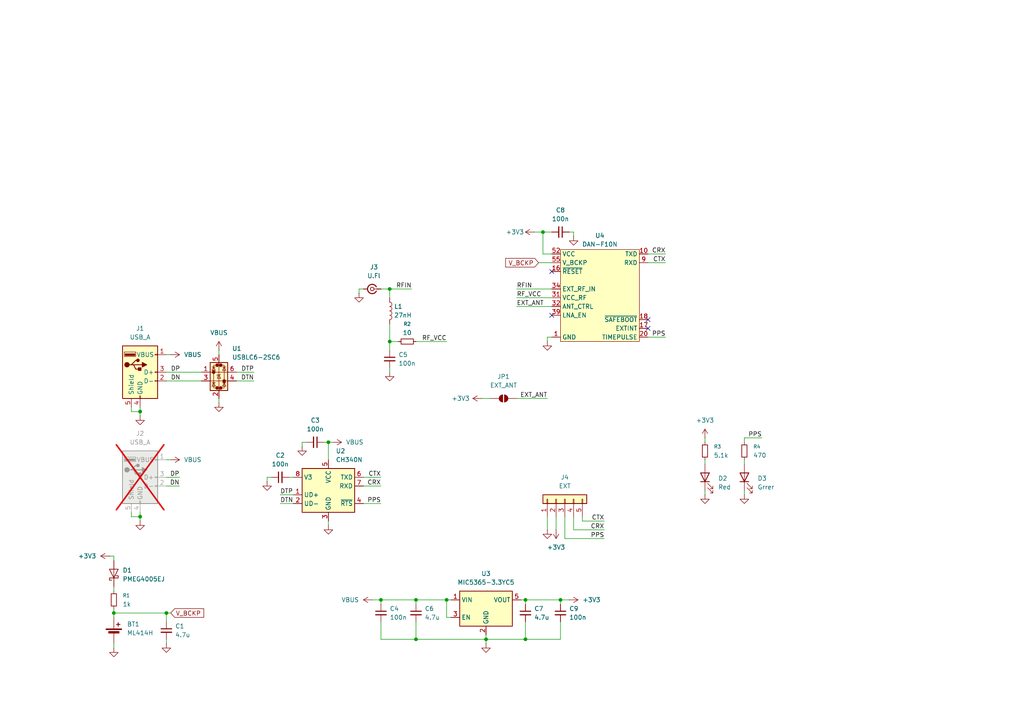
<source format=kicad_sch>
(kicad_sch (version 20250114) (generator "eeschema") (generator_version "9.0")
  (paper "A4")
  (lib_symbols
    (symbol "Connector:Conn_Coaxial_Small" (pin_numbers (hide yes)) (pin_names (offset 1.016) (hide yes))
      (property "Reference" "J" (at 0.254 3.048 0))
      (property "Value" "Conn_Coaxial_Small" (at 0 -3.81 0))
      (symbol "Conn_Coaxial_Small_0_1"
        (polyline (pts (xy -2.54 0) (xy -0.508 0)))
        (circle (center 0 0) (radius 0.508) (stroke (width 0.2032)))
      )
      (symbol "Conn_Coaxial_Small_1_1"
        (arc (start 1.3484 0.0039) (mid 0.327 -1.308) (end -1.1916 -0.6311) (stroke (width 0.3048)))
        (arc (start -1.1916 0.6311) (mid 0.327 1.3081) (end 1.3484 -0.0039) (stroke (width 0.3048)))
        (pin passive line (at -2.54 0 0) (length 1.27) (name "In") (number "1"))
        (pin passive line (at 2.54 0 180) (length 1.27) (name "Ext") (number "2"))
      )
    )
    (symbol "Connector:USB_A" (pin_names (offset 1.016))
      (property "Reference" "J" (at -5.08 11.43 0))
      (property "Value" "USB_A" (at -5.08 8.89 0))
      (symbol "USB_A_0_1"
        (rectangle (start -5.08 -7.62) (end 5.08 7.62) (stroke (width 0.254)) (fill (type background)))
        (circle (center -3.81 2.159) (radius 0.635) (stroke (width 0.254)) (fill (type outline)))
        (polyline (pts (xy -3.175 2.159) (xy -2.54 2.159) (xy -1.27 3.429) (xy -0.635 3.429)) (stroke (width 0.254)))
        (polyline (pts (xy -2.54 2.159) (xy -1.905 2.159) (xy -1.27 0.889) (xy 0 0.889)) (stroke (width 0.254)))
        (rectangle (start -1.524 4.826) (end -4.318 5.334) (fill (type outline)))
        (rectangle (start -1.27 4.572) (end -4.572 5.842))
        (circle (center -0.635 3.429) (radius 0.381) (stroke (width 0.254)) (fill (type outline)))
        (rectangle (start -0.127 -7.62) (end 0.127 -6.858))
        (rectangle (start 0.254 1.27) (end -0.508 0.508) (stroke (width 0.254)) (fill (type outline)))
        (polyline (pts (xy 0.635 2.794) (xy 0.635 1.524) (xy 1.905 2.159) (xy 0.635 2.794)) (stroke (width 0.254)) (fill (type outline)))
        (rectangle (start 5.08 4.953) (end 4.318 5.207))
        (rectangle (start 5.08 -0.127) (end 4.318 0.127))
        (rectangle (start 5.08 -2.667) (end 4.318 -2.413))
      )
      (symbol "USB_A_1_1"
        (polyline (pts (xy -1.905 2.159) (xy 0.635 2.159)) (stroke (width 0.254)))
        (pin passive line (at -2.54 -10.16 90) (length 2.54) (name "Shield") (number "5"))
        (pin power_in line (at 0 -10.16 90) (length 2.54) (name "GND") (number "4"))
        (pin power_in line (at 7.62 5.08 180) (length 2.54) (name "VBUS") (number "1"))
        (pin bidirectional line (at 7.62 0 180) (length 2.54) (name "D+") (number "3"))
        (pin bidirectional line (at 7.62 -2.54 180) (length 2.54) (name "D-") (number "2"))
      )
    )
    (symbol "Connector_Generic:Conn_01x05" (pin_names (offset 1.016) (hide yes))
      (property "Reference" "J" (at 0 7.62 0))
      (property "Value" "Conn_01x05" (at 0 -7.62 0))
      (symbol "Conn_01x05_1_1"
        (rectangle (start -1.27 6.35) (end 1.27 -6.35) (stroke (width 0.254)) (fill (type background)))
        (rectangle (start -1.27 5.207) (end 0 4.953) (stroke (width 0.1524)))
        (rectangle (start -1.27 2.667) (end 0 2.413) (stroke (width 0.1524)))
        (rectangle (start -1.27 0.127) (end 0 -0.127) (stroke (width 0.1524)))
        (rectangle (start -1.27 -2.413) (end 0 -2.667) (stroke (width 0.1524)))
        (rectangle (start -1.27 -4.953) (end 0 -5.207) (stroke (width 0.1524)))
        (pin passive line (at -5.08 5.08 0) (length 3.81) (name "Pin_1") (number "1"))
        (pin passive line (at -5.08 2.54 0) (length 3.81) (name "Pin_2") (number "2"))
        (pin passive line (at -5.08 0 0) (length 3.81) (name "Pin_3") (number "3"))
        (pin passive line (at -5.08 -2.54 0) (length 3.81) (name "Pin_4") (number "4"))
        (pin passive line (at -5.08 -5.08 0) (length 3.81) (name "Pin_5") (number "5"))
      )
    )
    (symbol "DAN-F10N:DAN-F10N"
      (property "Reference" "U" (at -10.16 13.97 0))
      (property "Value" "DAN-F10N" (at -7.62 -15.24 0))
      (symbol "DAN-F10N_1_1"
        (rectangle (start -11.43 12.7) (end 11.43 -13.97) (fill (type background)))
        (pin power_in line (at -13.97 11.43 0) (length 2.54) (name "VCC") (number "52"))
        (pin power_in line (at -13.97 11.43 0) (length 2.54) (hide yes) (name "VCC") (number "53"))
        (pin power_in line (at -13.97 8.89 0) (length 2.54) (name "V_BCKP") (number "55"))
        (pin input line (at -13.97 6.35 0) (length 2.54) (name "~{RESET}") (number "16"))
        (pin input line (at -13.97 1.27 0) (length 2.54) (name "EXT_RF_IN") (number "34"))
        (pin output line (at -13.97 -1.27 0) (length 2.54) (name "VCC_RF") (number "31"))
        (pin input line (at -13.97 -3.81 0) (length 2.54) (name "ANT_CTRL") (number "32"))
        (pin output line (at -13.97 -6.35 0) (length 2.54) (name "LNA_EN") (number "39"))
        (pin power_in line (at -13.97 -12.7 0) (length 2.54) (name "GND") (number "1"))
        (pin power_in line (at -13.97 -12.7 0) (length 2.54) (hide yes) (name "GND") (number "13"))
        (pin power_in line (at -13.97 -12.7 0) (length 2.54) (hide yes) (name "GND") (number "14"))
        (pin power_in line (at -13.97 -12.7 0) (length 2.54) (hide yes) (name "GND") (number "15"))
        (pin power_in line (at -13.97 -12.7 0) (length 2.54) (hide yes) (name "GND") (number "19"))
        (pin power_in line (at -13.97 -12.7 0) (length 2.54) (hide yes) (name "GND") (number "2"))
        (pin power_in line (at -13.97 -12.7 0) (length 2.54) (hide yes) (name "GND") (number "21"))
        (pin power_in line (at -13.97 -12.7 0) (length 2.54) (hide yes) (name "GND") (number "22"))
        (pin power_in line (at -13.97 -12.7 0) (length 2.54) (hide yes) (name "GND") (number "23"))
        (pin power_in line (at -13.97 -12.7 0) (length 2.54) (hide yes) (name "GND") (number "26"))
        (pin power_in line (at -13.97 -12.7 0) (length 2.54) (hide yes) (name "GND") (number "27"))
        (pin power_in line (at -13.97 -12.7 0) (length 2.54) (hide yes) (name "GND") (number "28"))
        (pin power_in line (at -13.97 -12.7 0) (length 2.54) (hide yes) (name "GND") (number "29"))
        (pin power_in line (at -13.97 -12.7 0) (length 2.54) (hide yes) (name "GND") (number "3"))
        (pin power_in line (at -13.97 -12.7 0) (length 2.54) (hide yes) (name "GND") (number "30"))
        (pin power_in line (at -13.97 -12.7 0) (length 2.54) (hide yes) (name "GND") (number "33"))
        (pin power_in line (at -13.97 -12.7 0) (length 2.54) (hide yes) (name "GND") (number "35"))
        (pin power_in line (at -13.97 -12.7 0) (length 2.54) (hide yes) (name "GND") (number "37"))
        (pin power_in line (at -13.97 -12.7 0) (length 2.54) (hide yes) (name "GND") (number "38"))
        (pin power_in line (at -13.97 -12.7 0) (length 2.54) (hide yes) (name "GND") (number "4"))
        (pin power_in line (at -13.97 -12.7 0) (length 2.54) (hide yes) (name "GND") (number "40"))
        (pin power_in line (at -13.97 -12.7 0) (length 2.54) (hide yes) (name "GND") (number "41"))
        (pin power_in line (at -13.97 -12.7 0) (length 2.54) (hide yes) (name "GND") (number "42"))
        (pin power_in line (at -13.97 -12.7 0) (length 2.54) (hide yes) (name "GND") (number "43"))
        (pin power_in line (at -13.97 -12.7 0) (length 2.54) (hide yes) (name "GND") (number "44"))
        (pin power_in line (at -13.97 -12.7 0) (length 2.54) (hide yes) (name "GND") (number "47"))
        (pin power_in line (at -13.97 -12.7 0) (length 2.54) (hide yes) (name "GND") (number "48"))
        (pin power_in line (at -13.97 -12.7 0) (length 2.54) (hide yes) (name "GND") (number "49"))
        (pin power_in line (at -13.97 -12.7 0) (length 2.54) (hide yes) (name "GND") (number "5"))
        (pin power_in line (at -13.97 -12.7 0) (length 2.54) (hide yes) (name "GND") (number "50"))
        (pin power_in line (at -13.97 -12.7 0) (length 2.54) (hide yes) (name "GND") (number "51"))
        (pin power_in line (at -13.97 -12.7 0) (length 2.54) (hide yes) (name "GND") (number "54"))
        (pin power_in line (at -13.97 -12.7 0) (length 2.54) (hide yes) (name "GND") (number "56"))
        (pin power_in line (at -13.97 -12.7 0) (length 2.54) (hide yes) (name "GND") (number "57"))
        (pin power_in line (at -13.97 -12.7 0) (length 2.54) (hide yes) (name "GND") (number "6"))
        (pin power_in line (at -13.97 -12.7 0) (length 2.54) (hide yes) (name "GND") (number "7"))
        (pin power_in line (at -13.97 -12.7 0) (length 2.54) (hide yes) (name "GND") (number "8"))
        (pin output line (at 13.97 11.43 180) (length 2.54) (name "TXD") (number "10"))
        (pin input line (at 13.97 8.89 180) (length 2.54) (name "RXD") (number "9"))
        (pin input line (at 13.97 -7.62 180) (length 2.54) (name "~{SAFEBOOT}") (number "18"))
        (pin input line (at 13.97 -10.16 180) (length 2.54) (name "EXTINT") (number "17"))
        (pin output line (at 13.97 -12.7 180) (length 2.54) (name "TIMEPULSE") (number "20"))
        (pin no_connect line (at 29.21 3.81 0) (length 2.54) (hide yes) (name "Reserved") (number "11"))
        (pin no_connect line (at 29.21 1.27 0) (length 2.54) (hide yes) (name "Reserved") (number "12"))
        (pin no_connect line (at 29.21 -1.27 0) (length 2.54) (hide yes) (name "Reserved") (number "24"))
        (pin no_connect line (at 29.21 -3.81 0) (length 2.54) (hide yes) (name "Reserved") (number "25"))
        (pin no_connect line (at 29.21 -6.35 0) (length 2.54) (hide yes) (name "Reserved") (number "36"))
        (pin no_connect line (at 29.21 -8.89 0) (length 2.54) (hide yes) (name "Reserved") (number "45"))
        (pin no_connect line (at 29.21 -11.43 0) (length 2.54) (hide yes) (name "Reserved") (number "46"))
      )
    )
    (symbol "Device:Battery_Cell" (pin_numbers (hide yes)) (pin_names (offset 0) (hide yes))
      (property "Reference" "BT" (at 2.54 2.54 0))
      (property "Value" "Battery_Cell" (at 2.54 0 0))
      (symbol "Battery_Cell_0_1"
        (rectangle (start -2.286 1.778) (end 2.286 1.524) (fill (type outline)))
        (rectangle (start -1.524 1.016) (end 1.524 0.508) (fill (type outline)))
        (polyline (pts (xy 0 1.778) (xy 0 2.54)))
        (polyline (pts (xy 0 0.762) (xy 0 0)))
        (polyline (pts (xy 0.762 3.048) (xy 1.778 3.048)) (stroke (width 0.254)))
        (polyline (pts (xy 1.27 3.556) (xy 1.27 2.54)) (stroke (width 0.254)))
      )
      (symbol "Battery_Cell_1_1"
        (pin passive line (at 0 5.08 270) (length 2.54) (name "+") (number "1"))
        (pin passive line (at 0 -2.54 90) (length 2.54) (name "-") (number "2"))
      )
    )
    (symbol "Device:C_Small" (pin_numbers (hide yes)) (pin_names (offset 0.254) (hide yes))
      (property "Reference" "C" (at 0.254 1.778 0))
      (property "Value" "C_Small" (at 0.254 -2.032 0))
      (symbol "C_Small_0_1"
        (polyline (pts (xy -1.524 0.508) (xy 1.524 0.508)) (stroke (width 0.3048)))
        (polyline (pts (xy -1.524 -0.508) (xy 1.524 -0.508)) (stroke (width 0.3302)))
      )
      (symbol "C_Small_1_1"
        (pin passive line (at 0 2.54 270) (length 2.032) (name "~") (number "1"))
        (pin passive line (at 0 -2.54 90) (length 2.032) (name "~") (number "2"))
      )
    )
    (symbol "Device:L" (pin_numbers (hide yes)) (pin_names (offset 1.016) (hide yes))
      (property "Reference" "L" (at -1.27 0 90))
      (property "Value" "L" (at 1.905 0 90))
      (symbol "L_0_1"
        (arc (start 0 2.54) (mid 0.6323 1.905) (end 0 1.27))
        (arc (start 0 1.27) (mid 0.6323 0.635) (end 0 0))
        (arc (start 0 0) (mid 0.6323 -0.635) (end 0 -1.27))
        (arc (start 0 -1.27) (mid 0.6323 -1.905) (end 0 -2.54))
      )
      (symbol "L_1_1"
        (pin passive line (at 0 3.81 270) (length 1.27) (name "1") (number "1"))
        (pin passive line (at 0 -3.81 90) (length 1.27) (name "2") (number "2"))
      )
    )
    (symbol "Device:LED" (pin_numbers (hide yes)) (pin_names (offset 1.016) (hide yes))
      (property "Reference" "D" (at 0 2.54 0))
      (property "Value" "LED" (at 0 -2.54 0))
      (symbol "LED_0_1"
        (polyline (pts (xy -3.048 -0.762) (xy -4.572 -2.286) (xy -3.81 -2.286) (xy -4.572 -2.286) (xy -4.572 -1.524)))
        (polyline (pts (xy -1.778 -0.762) (xy -3.302 -2.286) (xy -2.54 -2.286) (xy -3.302 -2.286) (xy -3.302 -1.524)))
        (polyline (pts (xy -1.27 0) (xy 1.27 0)))
        (polyline (pts (xy -1.27 -1.27) (xy -1.27 1.27)) (stroke (width 0.254)))
        (polyline (pts (xy 1.27 -1.27) (xy 1.27 1.27) (xy -1.27 0) (xy 1.27 -1.27)) (stroke (width 0.254)))
      )
      (symbol "LED_1_1"
        (pin passive line (at -3.81 0 0) (length 2.54) (name "K") (number "1"))
        (pin passive line (at 3.81 0 180) (length 2.54) (name "A") (number "2"))
      )
    )
    (symbol "Device:R_Small" (pin_numbers (hide yes)) (pin_names (offset 0.254) (hide yes))
      (property "Reference" "R" (at 0 0 90))
      (property "Value" "R_Small" (at 1.778 0 90))
      (symbol "R_Small_0_1"
        (rectangle (start -0.762 1.778) (end 0.762 -1.778) (stroke (width 0.2032)))
      )
      (symbol "R_Small_1_1"
        (pin passive line (at 0 2.54 270) (length 0.762) (name "~") (number "1"))
        (pin passive line (at 0 -2.54 90) (length 0.762) (name "~") (number "2"))
      )
    )
    (symbol "Diode:PMEG4005EJ" (pin_numbers (hide yes)) (pin_names (hide yes))
      (property "Reference" "D" (at 0 2.54 0))
      (property "Value" "PMEG4005EJ" (at 0 -2.54 0))
      (symbol "PMEG4005EJ_0_1"
        (polyline (pts (xy -1.905 0.635) (xy -1.905 1.27) (xy -1.27 1.27) (xy -1.27 -1.27) (xy -0.635 -1.27) (xy -0.635 -0.635)) (stroke (width 0.2032)))
        (polyline (pts (xy 1.27 1.27) (xy 1.27 -1.27) (xy -1.27 0) (xy 1.27 1.27)) (stroke (width 0.2032)))
        (polyline (pts (xy 1.27 0) (xy -1.27 0)))
      )
      (symbol "PMEG4005EJ_1_1"
        (pin passive line (at -3.81 0 0) (length 2.54) (name "K") (number "1"))
        (pin passive line (at 3.81 0 180) (length 2.54) (name "A") (number "2"))
      )
    )
    (symbol "Interface_USB:CH340N"
      (property "Reference" "U" (at -7.62 6.35 0))
      (property "Value" "CH340N" (at 7.62 6.35 0))
      (symbol "CH340N_0_1"
        (rectangle (start -7.62 5.08) (end 7.62 -7.62) (stroke (width 0.254)) (fill (type background)))
      )
      (symbol "CH340N_1_1"
        (pin passive line (at -10.16 2.54 0) (length 2.54) (name "V3") (number "8"))
        (pin bidirectional line (at -10.16 -2.54 0) (length 2.54) (name "UD+") (number "1"))
        (pin bidirectional line (at -10.16 -5.08 0) (length 2.54) (name "UD-") (number "2"))
        (pin power_in line (at 0 7.62 270) (length 2.54) (name "VCC") (number "5"))
        (pin power_in line (at 0 -10.16 90) (length 2.54) (name "GND") (number "3"))
        (pin output line (at 10.16 2.54 180) (length 2.54) (name "TXD") (number "6"))
        (pin input line (at 10.16 0 180) (length 2.54) (name "RXD") (number "7"))
        (pin output line (at 10.16 -5.08 180) (length 2.54) (name "~{RTS}") (number "4"))
      )
    )
    (symbol "Jumper:SolderJumper_2_Open" (pin_numbers (hide yes)) (pin_names (offset 0) (hide yes)) (in_bom no)
      (property "Reference" "JP" (at 0 2.032 0))
      (property "Value" "SolderJumper_2_Open" (at 0 -2.54 0))
      (symbol "SolderJumper_2_Open_0_1"
        (polyline (pts (xy -0.254 1.016) (xy -0.254 -1.016)))
        (arc (start -0.254 -1.016) (mid -1.2656 0) (end -0.254 1.016))
        (arc (start -0.254 -1.016) (mid -1.2656 0) (end -0.254 1.016) (fill (type outline)))
        (arc (start 0.254 1.016) (mid 1.2656 0) (end 0.254 -1.016))
        (arc (start 0.254 1.016) (mid 1.2656 0) (end 0.254 -1.016) (fill (type outline)))
        (polyline (pts (xy 0.254 1.016) (xy 0.254 -1.016)))
      )
      (symbol "SolderJumper_2_Open_1_1"
        (pin passive line (at -3.81 0 0) (length 2.54) (name "A") (number "1"))
        (pin passive line (at 3.81 0 180) (length 2.54) (name "B") (number "2"))
      )
    )
    (symbol "Power_Protection:USBLC6-2SC6" (pin_names (hide yes))
      (property "Reference" "U" (at 0.635 5.715 0))
      (property "Value" "USBLC6-2SC6" (at 0.635 3.81 0))
      (symbol "USBLC6-2SC6_0_0"
        (circle (center -1.524 0) (radius 0.0001) (stroke (width 0.508)))
        (circle (center -0.508 2.032) (radius 0.0001) (stroke (width 0.508)))
        (circle (center -0.508 -4.572) (radius 0.0001) (stroke (width 0.508)))
        (circle (center 0.508 2.032) (radius 0.0001) (stroke (width 0.508)))
        (circle (center 0.508 -4.572) (radius 0.0001) (stroke (width 0.508)))
        (circle (center 1.524 -2.54) (radius 0.0001) (stroke (width 0.508)))
      )
      (symbol "USBLC6-2SC6_0_1"
        (polyline (pts (xy -2.54 0) (xy 2.54 0)))
        (polyline (pts (xy -2.54 -2.54) (xy 2.54 -2.54)))
        (polyline (pts (xy -2.032 0.508) (xy -1.016 0.508) (xy -1.524 1.524) (xy -2.032 0.508)))
        (polyline (pts (xy -2.032 -3.048) (xy -1.016 -3.048)))
        (polyline (pts (xy -1.016 1.524) (xy -2.032 1.524)))
        (polyline (pts (xy -1.016 -4.064) (xy -2.032 -4.064) (xy -1.524 -3.048) (xy -1.016 -4.064)))
        (polyline (pts (xy -0.508 -1.143) (xy -0.508 -0.762) (xy 0.508 -0.762)))
        (polyline (pts (xy 0 2.54) (xy -0.508 2.032) (xy 0.508 2.032) (xy 0 1.524) (xy 0 -4.064) (xy -0.508 -4.572) (xy 0.508 -4.572) (xy 0 -5.08)))
        (polyline (pts (xy 0.508 -1.778) (xy -0.508 -1.778) (xy 0 -0.762) (xy 0.508 -1.778)))
        (polyline (pts (xy 1.016 1.524) (xy 2.032 1.524)))
        (polyline (pts (xy 1.016 -3.048) (xy 2.032 -3.048)))
        (polyline (pts (xy 2.032 0.508) (xy 1.016 0.508) (xy 1.524 1.524) (xy 2.032 0.508)))
        (polyline (pts (xy 2.032 -4.064) (xy 1.016 -4.064) (xy 1.524 -3.048) (xy 2.032 -4.064)))
      )
      (symbol "USBLC6-2SC6_1_1"
        (rectangle (start -2.54 2.794) (end 2.54 -5.334) (stroke (width 0.254)) (fill (type background)))
        (polyline (pts (xy -0.508 2.032) (xy -1.524 2.032) (xy -1.524 -4.572) (xy -0.508 -4.572)))
        (polyline (pts (xy 0.508 -4.572) (xy 1.524 -4.572) (xy 1.524 2.032) (xy 0.508 2.032)))
        (pin passive line (at -5.08 0 0) (length 2.54) (name "I/O1") (number "1"))
        (pin passive line (at -5.08 -2.54 0) (length 2.54) (name "I/O2") (number "3"))
        (pin passive line (at 0 5.08 270) (length 2.54) (name "VBUS") (number "5"))
        (pin passive line (at 0 -7.62 90) (length 2.54) (name "GND") (number "2"))
        (pin passive line (at 5.08 0 180) (length 2.54) (name "I/O1") (number "6"))
        (pin passive line (at 5.08 -2.54 180) (length 2.54) (name "I/O2") (number "4"))
      )
    )
    (symbol "Regulator_Linear:MIC5365-3.3YC5"
      (property "Reference" "U" (at -6.35 6.35 0))
      (property "Value" "MIC5365-3.3YC5" (at 0 6.35 0))
      (symbol "MIC5365-3.3YC5_0_1"
        (rectangle (start -7.62 -5.08) (end 7.62 5.08) (stroke (width 0.254)) (fill (type background)))
      )
      (symbol "MIC5365-3.3YC5_1_1"
        (pin power_in line (at -10.16 2.54 0) (length 2.54) (name "VIN") (number "1"))
        (pin input line (at -10.16 -2.54 0) (length 2.54) (name "EN") (number "3"))
        (pin power_in line (at 0 -7.62 90) (length 2.54) (name "GND") (number "2"))
        (pin no_connect line (at 7.62 -2.54 180) (length 2.54) (hide yes) (name "NC") (number "4"))
        (pin power_out line (at 10.16 2.54 180) (length 2.54) (name "VOUT") (number "5"))
      )
    )
    (symbol "power:+3V3" (power) (pin_numbers (hide yes)) (pin_names (offset 0) (hide yes))
      (property "Value" "+3V3" (at 0 3.556 0))
      (symbol "+3V3_0_1"
        (polyline (pts (xy -0.762 1.27) (xy 0 2.54)))
        (polyline (pts (xy 0 2.54) (xy 0.762 1.27)))
        (polyline (pts (xy 0 0) (xy 0 2.54)))
      )
      (symbol "+3V3_1_1"
        (pin power_in line (at 0 0 90) (length 0) (name "~") (number "1"))
      )
    )
    (symbol "power:GND" (power) (pin_numbers (hide yes)) (pin_names (offset 0) (hide yes))
      (property "Value" "GND" (at 0 -3.81 0))
      (symbol "GND_0_1"
        (polyline (pts (xy 0 0) (xy 0 -1.27) (xy 1.27 -1.27) (xy 0 -2.54) (xy -1.27 -1.27) (xy 0 -1.27)))
      )
      (symbol "GND_1_1"
        (pin power_in line (at 0 0 270) (length 0) (name "~") (number "1"))
      )
    )
    (symbol "power:VBUS" (power) (pin_numbers (hide yes)) (pin_names (offset 0) (hide yes))
      (property "Value" "VBUS" (at 0 3.556 0))
      (symbol "VBUS_0_1"
        (polyline (pts (xy -0.762 1.27) (xy 0 2.54)))
        (polyline (pts (xy 0 2.54) (xy 0.762 1.27)))
        (polyline (pts (xy 0 0) (xy 0 2.54)))
      )
      (symbol "VBUS_1_1"
        (pin power_in line (at 0 0 90) (length 0) (name "~") (number "1"))
      )
    )
  )
  (junction (at 120.65 185.42))
  (junction (at 48.26 177.8))
  (junction (at 95.25 128.27))
  (junction (at 152.4 185.42))
  (junction (at 113.03 99.06))
  (junction (at 157.48 67.31))
  (junction (at 129.54 173.99))
  (junction (at 40.64 119.38))
  (junction (at 120.65 173.99))
  (junction (at 110.49 173.99))
  (junction (at 152.4 173.99))
  (junction (at 33.02 177.8))
  (junction (at 140.97 185.42))
  (junction (at 113.03 83.82))
  (junction (at 40.64 149.86))
  (junction (at 162.56 173.99))
  (no_connect (at 160.02 91.44))
  (no_connect (at 160.02 78.74))
  (no_connect (at 187.96 95.25))
  (no_connect (at 187.96 92.71))
  (wire (pts (xy 152.4 173.99) (xy 152.4 175.26)))
  (wire (pts (xy 163.83 149.86) (xy 163.83 156.21)))
  (wire (pts (xy 81.28 146.05) (xy 85.09 146.05)))
  (wire (pts (xy 215.9 127) (xy 220.98 127)))
  (wire (pts (xy 48.26 133.35) (xy 49.53 133.35)))
  (wire (pts (xy 48.26 102.87) (xy 49.53 102.87)))
  (wire (pts (xy 120.65 99.06) (xy 129.54 99.06)))
  (wire (pts (xy 152.4 173.99) (xy 162.56 173.99)))
  (wire (pts (xy 163.83 156.21) (xy 175.26 156.21)))
  (wire (pts (xy 162.56 173.99) (xy 162.56 175.26)))
  (wire (pts (xy 215.9 133.35) (xy 215.9 134.62)))
  (wire (pts (xy 187.96 76.2) (xy 193.04 76.2)))
  (wire (pts (xy 63.5 101.6) (xy 63.5 102.87)))
  (wire (pts (xy 87.63 128.27) (xy 88.9 128.27)))
  (wire (pts (xy 105.41 138.43) (xy 110.49 138.43)))
  (wire (pts (xy 140.97 184.15) (xy 140.97 185.42)))
  (wire (pts (xy 130.81 179.07) (xy 129.54 179.07)))
  (wire (pts (xy 154.94 67.31) (xy 157.48 67.31)))
  (wire (pts (xy 152.4 185.42) (xy 162.56 185.42)))
  (wire (pts (xy 77.47 138.43) (xy 78.74 138.43)))
  (wire (pts (xy 204.47 127) (xy 204.47 128.27)))
  (wire (pts (xy 187.96 97.79) (xy 193.04 97.79)))
  (wire (pts (xy 149.86 83.82) (xy 160.02 83.82)))
  (wire (pts (xy 63.5 116.84) (xy 63.5 115.57)))
  (wire (pts (xy 166.37 153.67) (xy 175.26 153.67)))
  (wire (pts (xy 38.1 119.38) (xy 40.64 119.38)))
  (wire (pts (xy 48.26 186.69) (xy 48.26 185.42)))
  (wire (pts (xy 48.26 177.8) (xy 49.53 177.8)))
  (wire (pts (xy 48.26 180.34) (xy 48.26 177.8)))
  (wire (pts (xy 215.9 143.51) (xy 215.9 142.24)))
  (wire (pts (xy 157.48 67.31) (xy 157.48 73.66)))
  (wire (pts (xy 52.07 138.43) (xy 48.26 138.43)))
  (wire (pts (xy 104.14 85.09) (xy 104.14 83.82)))
  (wire (pts (xy 140.97 185.42) (xy 140.97 186.69)))
  (wire (pts (xy 31.75 161.29) (xy 33.02 161.29)))
  (wire (pts (xy 81.28 143.51) (xy 85.09 143.51)))
  (wire (pts (xy 104.14 83.82) (xy 105.41 83.82)))
  (wire (pts (xy 110.49 180.34) (xy 110.49 185.42)))
  (wire (pts (xy 161.29 149.86) (xy 161.29 153.67)))
  (wire (pts (xy 48.26 177.8) (xy 33.02 177.8)))
  (wire (pts (xy 113.03 107.95) (xy 113.03 106.68)))
  (wire (pts (xy 120.65 173.99) (xy 129.54 173.99)))
  (wire (pts (xy 107.95 173.99) (xy 110.49 173.99)))
  (wire (pts (xy 160.02 88.9) (xy 149.86 88.9)))
  (wire (pts (xy 33.02 161.29) (xy 33.02 162.56)))
  (wire (pts (xy 215.9 128.27) (xy 215.9 127)))
  (wire (pts (xy 158.75 99.06) (xy 158.75 97.79)))
  (wire (pts (xy 113.03 99.06) (xy 113.03 101.6)))
  (wire (pts (xy 33.02 187.96) (xy 33.02 186.69)))
  (wire (pts (xy 113.03 99.06) (xy 115.57 99.06)))
  (wire (pts (xy 38.1 149.86) (xy 40.64 149.86)))
  (wire (pts (xy 95.25 133.35) (xy 95.25 128.27)))
  (wire (pts (xy 187.96 73.66) (xy 193.04 73.66)))
  (wire (pts (xy 129.54 179.07) (xy 129.54 173.99)))
  (wire (pts (xy 158.75 149.86) (xy 158.75 153.67)))
  (wire (pts (xy 38.1 148.59) (xy 38.1 149.86)))
  (wire (pts (xy 68.58 107.95) (xy 73.66 107.95)))
  (wire (pts (xy 110.49 173.99) (xy 110.49 175.26)))
  (wire (pts (xy 48.26 110.49) (xy 58.42 110.49)))
  (wire (pts (xy 110.49 83.82) (xy 113.03 83.82)))
  (wire (pts (xy 77.47 139.7) (xy 77.47 138.43)))
  (wire (pts (xy 140.97 185.42) (xy 152.4 185.42)))
  (wire (pts (xy 48.26 107.95) (xy 58.42 107.95)))
  (wire (pts (xy 33.02 176.53) (xy 33.02 177.8)))
  (wire (pts (xy 40.64 148.59) (xy 40.64 149.86)))
  (wire (pts (xy 157.48 73.66) (xy 160.02 73.66)))
  (wire (pts (xy 166.37 67.31) (xy 166.37 68.58)))
  (wire (pts (xy 149.86 115.57) (xy 158.75 115.57)))
  (wire (pts (xy 156.21 76.2) (xy 160.02 76.2)))
  (wire (pts (xy 149.86 86.36) (xy 160.02 86.36)))
  (wire (pts (xy 120.65 180.34) (xy 120.65 185.42)))
  (wire (pts (xy 83.82 138.43) (xy 85.09 138.43)))
  (wire (pts (xy 168.91 151.13) (xy 168.91 149.86)))
  (wire (pts (xy 204.47 133.35) (xy 204.47 134.62)))
  (wire (pts (xy 113.03 93.98) (xy 113.03 99.06)))
  (wire (pts (xy 120.65 173.99) (xy 120.65 175.26)))
  (wire (pts (xy 38.1 118.11) (xy 38.1 119.38)))
  (wire (pts (xy 110.49 185.42) (xy 120.65 185.42)))
  (wire (pts (xy 105.41 146.05) (xy 110.49 146.05)))
  (wire (pts (xy 113.03 83.82) (xy 113.03 86.36)))
  (wire (pts (xy 40.64 149.86) (xy 40.64 151.13)))
  (wire (pts (xy 129.54 173.99) (xy 130.81 173.99)))
  (wire (pts (xy 168.91 151.13) (xy 175.26 151.13)))
  (wire (pts (xy 95.25 128.27) (xy 96.52 128.27)))
  (wire (pts (xy 110.49 173.99) (xy 120.65 173.99)))
  (wire (pts (xy 204.47 143.51) (xy 204.47 142.24)))
  (wire (pts (xy 113.03 83.82) (xy 119.38 83.82)))
  (wire (pts (xy 93.98 128.27) (xy 95.25 128.27)))
  (wire (pts (xy 139.7 115.57) (xy 142.24 115.57)))
  (wire (pts (xy 165.1 173.99) (xy 162.56 173.99)))
  (wire (pts (xy 160.02 67.31) (xy 157.48 67.31)))
  (wire (pts (xy 87.63 129.54) (xy 87.63 128.27)))
  (wire (pts (xy 95.25 151.13) (xy 95.25 152.4)))
  (wire (pts (xy 52.07 140.97) (xy 48.26 140.97)))
  (wire (pts (xy 166.37 149.86) (xy 166.37 153.67)))
  (wire (pts (xy 166.37 67.31) (xy 165.1 67.31)))
  (wire (pts (xy 40.64 119.38) (xy 40.64 120.65)))
  (wire (pts (xy 151.13 173.99) (xy 152.4 173.99)))
  (wire (pts (xy 68.58 110.49) (xy 73.66 110.49)))
  (wire (pts (xy 162.56 180.34) (xy 162.56 185.42)))
  (wire (pts (xy 33.02 177.8) (xy 33.02 179.07)))
  (wire (pts (xy 33.02 170.18) (xy 33.02 171.45)))
  (wire (pts (xy 152.4 180.34) (xy 152.4 185.42)))
  (wire (pts (xy 40.64 118.11) (xy 40.64 119.38)))
  (wire (pts (xy 120.65 185.42) (xy 140.97 185.42)))
  (wire (pts (xy 105.41 140.97) (xy 110.49 140.97)))
  (wire (pts (xy 158.75 97.79) (xy 160.02 97.79)))
  (label "PPS" (at 220.98 127 180))
  (label "RFIN" (at 119.38 83.82 180))
  (label "EXT_ANT" (at 158.75 115.57 180))
  (label "RFIN" (at 149.86 83.82 0))
  (label "DN" (at 49.53 110.49 0))
  (label "DP" (at 49.53 107.95 0))
  (label "CTX" (at 175.26 151.13 180))
  (label "DTN" (at 73.66 110.49 180))
  (label "RF_VCC" (at 129.54 99.06 180))
  (label "PPS" (at 110.49 146.05 180))
  (label "DTP" (at 73.66 107.95 180))
  (label "DN" (at 52.07 140.97 180))
  (label "PPS" (at 175.26 156.21 180))
  (label "PPS" (at 193.04 97.79 180))
  (label "DTP" (at 81.28 143.51 0))
  (label "CRX" (at 110.49 140.97 180))
  (label "RF_VCC" (at 149.86 86.36 0))
  (label "CTX" (at 193.04 76.2 180))
  (label "EXT_ANT" (at 149.86 88.9 0))
  (label "DTN" (at 81.28 146.05 0))
  (label "CRX" (at 175.26 153.67 180))
  (label "CTX" (at 110.49 138.43 180))
  (label "DP" (at 52.07 138.43 180))
  (label "CRX" (at 193.04 73.66 180))
  (global_label "V_BCKP" (shape input) (at 49.53 177.8 0) (property "Intersheetrefs" "${INTERSHEET_REFS}" (effects (hide yes))))
  (global_label "V_BCKP" (shape input) (at 156.21 76.2 180) (property "Intersheetrefs" "${INTERSHEET_REFS}" (effects (hide yes))))
  (symbol (lib_id "power:GND") (at 158.75 99.06 0) (unit 1)
    (property "Reference" "#PWR020" (effects (hide yes)))
    (property "Value" "GND" (effects (hide yes)))
    (property "Description" "Power symbol creates a global label with name \"GND\" , ground" (effects (hide yes)))
  )
  (symbol (lib_id "power:VBUS") (at 49.53 102.87 270) (unit 1)
    (property "Reference" "#PWR06" (effects (hide yes)))
    (property "Value" "VBUS" (at 53.34 102.8699 90) (effects (justify left)))
    (property "Description" "Power symbol creates a global label with name \"VBUS\"" (effects (hide yes)))
  )
  (symbol (lib_id "power:GND") (at 40.64 151.13 0) (unit 1)
    (property "Reference" "#PWR04" (effects (hide yes)))
    (property "Value" "GND" (effects (hide yes)))
    (property "Description" "Power symbol creates a global label with name \"GND\" , ground" (effects (hide yes)))
  )
  (symbol (lib_id "Device:C_Small") (at 91.44 128.27 270) (unit 1)
    (property "Reference" "C3" (at 91.4336 121.92 90))
    (property "Value" "100n" (at 91.4336 124.46 90))
    (property "Footprint" "Capacitor_SMD:C_0603_1608Metric_Pad1.08x0.95mm_HandSolder" (effects (hide yes)))
    (property "Description" "Unpolarized capacitor, small symbol" (effects (hide yes)))
  )
  (symbol (lib_id "power:+3V3") (at 31.75 161.29 90) (unit 1)
    (property "Reference" "#PWR01" (effects (hide yes)))
    (property "Value" "+3V3" (at 27.94 161.2899 90) (effects (justify left)))
    (property "Description" "Power symbol creates a global label with name \"+3V3\"" (effects (hide yes)))
  )
  (symbol (lib_id "power:+3V3") (at 165.1 173.99 270) (unit 1)
    (property "Reference" "#PWR023" (effects (hide yes)))
    (property "Value" "+3V3" (at 168.91 173.9899 90) (effects (justify left)))
    (property "Description" "Power symbol creates a global label with name \"+3V3\"" (effects (hide yes)))
  )
  (symbol (lib_id "Diode:PMEG4005EJ") (at 33.02 166.37 90) (unit 1)
    (property "Reference" "D1" (at 35.56 165.4174 90) (effects (justify right)))
    (property "Value" "PMEG4005EJ" (at 35.56 167.9574 90) (effects (justify right)))
    (property "Footprint" "Diode_SMD:D_SOD-323F" (effects (hide yes)))
    (property "Datasheet" "https://assets.nexperia.com/documents/data-sheet/PMEGXX05EH_EJ_SER.pdf" (effects (hide yes)))
    (property "Description" "40V, 500mA very low Vf MEGA Schottky barrier rectifier, SOD-323F" (effects (hide yes)))
  )
  (symbol (lib_id "power:+3V3") (at 154.94 67.31 90) (unit 1)
    (property "Reference" "#PWR019" (effects (hide yes)))
    (property "Value" "+3V3" (at 149.352 67.31 90))
    (property "Description" "Power symbol creates a global label with name \"+3V3\"" (effects (hide yes)))
  )
  (symbol (lib_id "Device:C_Small") (at 152.4 177.8 0) (unit 1)
    (property "Reference" "C7" (at 154.94 176.5362 0) (effects (justify left)))
    (property "Value" "4.7u" (at 154.94 179.0762 0) (effects (justify left)))
    (property "Footprint" "Capacitor_SMD:C_0603_1608Metric_Pad1.08x0.95mm_HandSolder" (effects (hide yes)))
    (property "Description" "Unpolarized capacitor, small symbol" (effects (hide yes)))
  )
  (symbol (lib_id "power:GND") (at 95.25 152.4 0) (unit 1)
    (property "Reference" "#PWR012" (effects (hide yes)))
    (property "Value" "GND" (effects (hide yes)))
    (property "Description" "Power symbol creates a global label with name \"GND\" , ground" (effects (hide yes)))
  )
  (symbol (lib_id "power:VBUS") (at 96.52 128.27 270) (unit 1)
    (property "Reference" "#PWR013" (effects (hide yes)))
    (property "Value" "VBUS" (at 100.33 128.2699 90) (effects (justify left)))
    (property "Description" "Power symbol creates a global label with name \"VBUS\"" (effects (hide yes)))
  )
  (symbol (lib_id "power:GND") (at 104.14 85.09 0) (unit 1)
    (property "Reference" "#PWR014" (effects (hide yes)))
    (property "Value" "GND" (effects (hide yes)))
    (property "Description" "Power symbol creates a global label with name \"GND\" , ground" (effects (hide yes)))
  )
  (symbol (lib_id "Connector:USB_A") (at 40.64 138.43 0) (unit 1) (dnp yes)
    (property "Reference" "J2" (at 40.64 125.73 0))
    (property "Value" "USB_A" (at 40.64 128.27 0))
    (property "Footprint" "Connector_USB:USB_A_Molex_48037-2200_Horizontal" (effects (hide yes)))
    (property "Description" "USB Type A connector" (effects (hide yes)))
  )
  (symbol (lib_id "power:GND") (at 77.47 139.7 0) (unit 1)
    (property "Reference" "#PWR010" (effects (hide yes)))
    (property "Value" "GND" (effects (hide yes)))
    (property "Description" "Power symbol creates a global label with name \"GND\" , ground" (effects (hide yes)))
  )
  (symbol (lib_id "Device:R_Small") (at 204.47 130.81 180) (unit 1)
    (property "Reference" "R3" (at 207.01 129.5399 0) (effects (font (size 1.016 1.016)) (justify right)))
    (property "Value" "5.1k" (at 207.01 132.0799 0) (effects (justify right)))
    (property "Footprint" "Resistor_SMD:R_0603_1608Metric_Pad0.98x0.95mm_HandSolder" (effects (hide yes)))
    (property "Description" "Resistor, small symbol" (effects (hide yes)))
  )
  (symbol (lib_id "power:GND") (at 113.03 107.95 0) (unit 1)
    (property "Reference" "#PWR016" (effects (hide yes)))
    (property "Value" "GND" (effects (hide yes)))
    (property "Description" "Power symbol creates a global label with name \"GND\" , ground" (effects (hide yes)))
  )
  (symbol (lib_id "power:GND") (at 215.9 143.51 0) (unit 1)
    (property "Reference" "#PWR027" (effects (hide yes)))
    (property "Value" "GND" (effects (hide yes)))
    (property "Description" "Power symbol creates a global label with name \"GND\" , ground" (effects (hide yes)))
  )
  (symbol (lib_id "Power_Protection:USBLC6-2SC6") (at 63.5 107.95 0) (unit 1)
    (property "Reference" "U1" (at 67.31 101.092 0) (effects (justify left)))
    (property "Value" "USBLC6-2SC6" (at 67.31 103.632 0) (effects (justify left)))
    (property "Footprint" "Package_TO_SOT_SMD:SOT-23-6_Handsoldering" (effects (hide yes)))
    (property "Datasheet" "https://www.st.com/resource/en/datasheet/usblc6-2.pdf" (effects (hide yes)))
    (property "Description" "Very low capacitance ESD protection diode, 2 data-line, SOT-23-6" (effects (hide yes)))
  )
  (symbol (lib_id "power:GND") (at 204.47 143.51 0) (unit 1)
    (property "Reference" "#PWR026" (effects (hide yes)))
    (property "Value" "GND" (effects (hide yes)))
    (property "Description" "Power symbol creates a global label with name \"GND\" , ground" (effects (hide yes)))
  )
  (symbol (lib_id "power:GND") (at 158.75 153.67 0) (unit 1)
    (property "Reference" "#PWR021" (effects (hide yes)))
    (property "Value" "GND" (effects (hide yes)))
    (property "Description" "Power symbol creates a global label with name \"GND\" , ground" (effects (hide yes)))
  )
  (symbol (lib_id "power:GND") (at 87.63 129.54 0) (unit 1)
    (property "Reference" "#PWR011" (effects (hide yes)))
    (property "Value" "GND" (effects (hide yes)))
    (property "Description" "Power symbol creates a global label with name \"GND\" , ground" (effects (hide yes)))
  )
  (symbol (lib_id "power:VBUS") (at 63.5 101.6 0) (unit 1)
    (property "Reference" "#PWR08" (effects (hide yes)))
    (property "Value" "VBUS" (at 63.5 96.52 0))
    (property "Description" "Power symbol creates a global label with name \"VBUS\"" (effects (hide yes)))
  )
  (symbol (lib_id "power:GND") (at 166.37 68.58 0) (unit 1)
    (property "Reference" "#PWR024" (effects (hide yes)))
    (property "Value" "GND" (effects (hide yes)))
    (property "Description" "Power symbol creates a global label with name \"GND\" , ground" (effects (hide yes)))
  )
  (symbol (lib_id "Device:L") (at 113.03 90.17 0) (unit 1)
    (property "Reference" "L1" (at 114.3 88.8999 0) (effects (justify left)))
    (property "Value" "27nH" (at 114.3 91.4399 0) (effects (justify left)))
    (property "Footprint" "Inductor_SMD:L_0603_1608Metric" (effects (hide yes)))
    (property "Description" "Inductor" (effects (hide yes)))
  )
  (symbol (lib_id "Device:R_Small") (at 215.9 130.81 180) (unit 1)
    (property "Reference" "R4" (at 218.44 129.5399 0) (effects (font (size 1.016 1.016)) (justify right)))
    (property "Value" "470" (at 218.44 132.0799 0) (effects (justify right)))
    (property "Footprint" "Resistor_SMD:R_0603_1608Metric_Pad0.98x0.95mm_HandSolder" (effects (hide yes)))
    (property "Description" "Resistor, small symbol" (effects (hide yes)))
  )
  (symbol (lib_id "power:GND") (at 63.5 116.84 0) (unit 1)
    (property "Reference" "#PWR09" (effects (hide yes)))
    (property "Value" "GND" (effects (hide yes)))
    (property "Description" "Power symbol creates a global label with name \"GND\" , ground" (effects (hide yes)))
  )
  (symbol (lib_id "power:VBUS") (at 49.53 133.35 270) (unit 1)
    (property "Reference" "#PWR07" (effects (hide yes)))
    (property "Value" "VBUS" (at 53.34 133.3499 90) (effects (justify left)))
    (property "Description" "Power symbol creates a global label with name \"VBUS\"" (effects (hide yes)))
  )
  (symbol (lib_id "Connector_Generic:Conn_01x05") (at 163.83 144.78 90) (unit 1)
    (property "Reference" "J4" (at 163.83 138.43 90))
    (property "Value" "EXT" (at 163.83 140.97 90))
    (property "Footprint" "Connector_PinSocket_1.27mm:PinSocket_1x05_P1.27mm_Vertical" (effects (hide yes)))
    (property "Description" "Generic connector, single row, 01x05, script generated (kicad-library-utils/schlib/autogen/connector/)" (effects (hide yes)))
  )
  (symbol (lib_id "power:+3V3") (at 204.47 127 0) (unit 1)
    (property "Reference" "#PWR025" (effects (hide yes)))
    (property "Value" "+3V3" (at 204.47 121.92 0))
    (property "Description" "Power symbol creates a global label with name \"+3V3\"" (effects (hide yes)))
  )
  (symbol (lib_id "Device:C_Small") (at 110.49 177.8 0) (unit 1)
    (property "Reference" "C4" (at 113.03 176.5362 0) (effects (justify left)))
    (property "Value" "100n" (at 113.03 179.0762 0) (effects (justify left)))
    (property "Footprint" "Capacitor_SMD:C_0603_1608Metric_Pad1.08x0.95mm_HandSolder" (effects (hide yes)))
    (property "Description" "Unpolarized capacitor, small symbol" (effects (hide yes)))
  )
  (symbol (lib_id "Device:C_Small") (at 48.26 182.88 0) (unit 1)
    (property "Reference" "C1" (at 50.8 181.6162 0) (effects (justify left)))
    (property "Value" "4.7u" (at 50.8 184.1562 0) (effects (justify left)))
    (property "Footprint" "Capacitor_SMD:C_0603_1608Metric_Pad1.08x0.95mm_HandSolder" (effects (hide yes)))
    (property "Description" "Unpolarized capacitor, small symbol" (effects (hide yes)))
  )
  (symbol (lib_id "Jumper:SolderJumper_2_Open") (at 146.05 115.57 0) (unit 1) (in_bom no)
    (property "Reference" "JP1" (at 146.05 109.22 0))
    (property "Value" "EXT_ANT" (at 146.05 111.76 0))
    (property "Footprint" "Jumper:SolderJumper-2_P1.3mm_Open_RoundedPad1.0x1.5mm" (effects (hide yes)))
    (property "Description" "Solder Jumper, 2-pole, open" (effects (hide yes)))
  )
  (symbol (lib_id "Device:C_Small") (at 113.03 104.14 0) (unit 1)
    (property "Reference" "C5" (at 115.57 102.8762 0) (effects (justify left)))
    (property "Value" "100n" (at 115.57 105.4162 0) (effects (justify left)))
    (property "Footprint" "Capacitor_SMD:C_0603_1608Metric_Pad1.08x0.95mm_HandSolder" (effects (hide yes)))
    (property "Description" "Unpolarized capacitor, small symbol" (effects (hide yes)))
  )
  (symbol (lib_id "power:+3V3") (at 139.7 115.57 90) (unit 1)
    (property "Reference" "#PWR017" (effects (hide yes)))
    (property "Value" "+3V3" (at 133.604 115.57 90))
    (property "Description" "Power symbol creates a global label with name \"+3V3\"" (effects (hide yes)))
  )
  (symbol (lib_id "Interface_USB:CH340N") (at 95.25 140.97 0) (unit 1)
    (property "Reference" "U2" (at 97.3933 130.81 0) (effects (justify left)))
    (property "Value" "CH340N" (at 97.3933 133.35 0) (effects (justify left)))
    (property "Footprint" "Package_SO:JEITA_SOIC-8_3.9x4.9mm_P1.27mm" (effects (hide yes)))
    (property "Datasheet" "https://aitendo3.sakura.ne.jp/aitendo_data/product_img/ic/inteface/CH340N/ch340n.pdf" (effects (hide yes)))
    (property "Description" "USB serial converter, 2Mbps, UART, JEITA SOIC-8 (SOP-8)" (effects (hide yes)))
  )
  (symbol (lib_id "Device:R_Small") (at 33.02 173.99 180) (unit 1)
    (property "Reference" "R1" (at 35.56 172.7199 0) (effects (font (size 1.016 1.016)) (justify right)))
    (property "Value" "1k" (at 35.56 175.2599 0) (effects (justify right)))
    (property "Footprint" "Resistor_SMD:R_0603_1608Metric_Pad0.98x0.95mm_HandSolder" (effects (hide yes)))
    (property "Description" "Resistor, small symbol" (effects (hide yes)))
  )
  (symbol (lib_id "Device:C_Small") (at 81.28 138.43 90) (unit 1)
    (property "Reference" "C2" (at 81.2863 132.08 90))
    (property "Value" "100n" (at 81.2863 134.62 90))
    (property "Footprint" "Capacitor_SMD:C_0603_1608Metric_Pad1.08x0.95mm_HandSolder" (effects (hide yes)))
    (property "Description" "Unpolarized capacitor, small symbol" (effects (hide yes)))
  )
  (symbol (lib_id "Device:LED") (at 204.47 138.43 90) (unit 1)
    (property "Reference" "D2" (at 208.28 138.7474 90) (effects (justify right)))
    (property "Value" "Red" (at 208.28 141.2874 90) (effects (justify right)))
    (property "Footprint" "LED_SMD:LED_0805_2012Metric" (effects (hide yes)))
    (property "Description" "Light emitting diode" (effects (hide yes)))
    (property "Sim.Pins" "1=K 2=A" (effects (hide yes)))
    (property "MFR" "859-LTST-S220KRKT" (effects (hide yes)))
  )
  (symbol (lib_id "Device:C_Small") (at 120.65 177.8 0) (unit 1)
    (property "Reference" "C6" (at 123.19 176.5362 0) (effects (justify left)))
    (property "Value" "4.7u" (at 123.19 179.0762 0) (effects (justify left)))
    (property "Footprint" "Capacitor_SMD:C_0603_1608Metric_Pad1.08x0.95mm_HandSolder" (effects (hide yes)))
    (property "Description" "Unpolarized capacitor, small symbol" (effects (hide yes)))
  )
  (symbol (lib_id "Connector:Conn_Coaxial_Small") (at 107.95 83.82 180) (unit 1)
    (property "Reference" "J3" (at 108.4695 77.47 0))
    (property "Value" "U.Fl" (at 108.4695 80.01 0))
    (property "Footprint" "Connector_Coaxial:U.FL_Molex_MCRF_73412-0110_Vertical" (effects (hide yes)))
    (property "Description" "small coaxial connector (BNC, SMA, SMB, SMC, Cinch/RCA, LEMO, ...)" (effects (hide yes)))
  )
  (symbol (lib_id "power:VBUS") (at 107.95 173.99 90) (unit 1)
    (property "Reference" "#PWR015" (effects (hide yes)))
    (property "Value" "VBUS" (at 104.14 173.9899 90) (effects (justify left)))
    (property "Description" "Power symbol creates a global label with name \"VBUS\"" (effects (hide yes)))
  )
  (symbol (lib_id "Connector:USB_A") (at 40.64 107.95 0) (unit 1)
    (property "Reference" "J1" (at 40.64 95.25 0))
    (property "Value" "USB_A" (at 40.64 97.79 0))
    (property "Footprint" "Connector_USB:USB_A_Molex_48037-2200_Horizontal" (effects (hide yes)))
    (property "Description" "USB Type A connector" (effects (hide yes)))
  )
  (symbol (lib_id "Device:C_Small") (at 162.56 67.31 270) (unit 1)
    (property "Reference" "C8" (at 162.5536 60.96 90))
    (property "Value" "100n" (at 162.5536 63.5 90))
    (property "Footprint" "Capacitor_SMD:C_0603_1608Metric_Pad1.08x0.95mm_HandSolder" (effects (hide yes)))
    (property "Description" "Unpolarized capacitor, small symbol" (effects (hide yes)))
  )
  (symbol (lib_id "Regulator_Linear:MIC5365-3.3YC5") (at 140.97 176.53 0) (unit 1)
    (property "Reference" "U3" (at 140.97 166.37 0))
    (property "Value" "MIC5365-3.3YC5" (at 140.97 168.91 0))
    (property "Footprint" "Package_TO_SOT_SMD:SOT-353_SC-70-5" (effects (hide yes)))
    (property "Datasheet" "https://ww1.microchip.com/downloads/aemDocuments/documents/APID/ProductDocuments/DataSheets/MIC5365-6-High-Performance-Single-150mA-LDO-DS20006605A.pdf" (effects (hide yes)))
    (property "Description" "150mA Low-dropout Voltage Regulator, Vout 3.3V, Vin up to 5.5V, SC-70-5" (effects (hide yes)))
  )
  (symbol (lib_id "power:GND") (at 48.26 186.69 0) (unit 1)
    (property "Reference" "#PWR05" (effects (hide yes)))
    (property "Value" "GND" (effects (hide yes)))
    (property "Description" "Power symbol creates a global label with name \"GND\" , ground" (effects (hide yes)))
  )
  (symbol (lib_id "Device:C_Small") (at 162.56 177.8 0) (unit 1)
    (property "Reference" "C9" (at 165.1 176.5362 0) (effects (justify left)))
    (property "Value" "100n" (at 165.1 179.0762 0) (effects (justify left)))
    (property "Footprint" "Capacitor_SMD:C_0603_1608Metric_Pad1.08x0.95mm_HandSolder" (effects (hide yes)))
    (property "Description" "Unpolarized capacitor, small symbol" (effects (hide yes)))
  )
  (symbol (lib_id "Device:Battery_Cell") (at 33.02 184.15 0) (unit 1)
    (property "Reference" "BT1" (at 36.83 181.0384 0) (effects (justify left)))
    (property "Value" "ML414H" (at 36.83 183.5784 0) (effects (justify left)))
    (property "Footprint" "ML414H:ML414H_IV01E" (effects (hide yes)))
    (property "Description" "Single-cell battery" (effects (hide yes)))
  )
  (symbol (lib_id "power:GND") (at 40.64 120.65 0) (unit 1)
    (property "Reference" "#PWR03" (effects (hide yes)))
    (property "Value" "GND" (effects (hide yes)))
    (property "Description" "Power symbol creates a global label with name \"GND\" , ground" (effects (hide yes)))
  )
  (symbol (lib_id "Device:LED") (at 215.9 138.43 90) (unit 1)
    (property "Reference" "D3" (at 219.71 138.7474 90) (effects (justify right)))
    (property "Value" "Grrer" (at 219.71 141.2874 90) (effects (justify right)))
    (property "Footprint" "LED_SMD:LED_0805_2012Metric" (effects (hide yes)))
    (property "Description" "Light emitting diode" (effects (hide yes)))
    (property "Sim.Pins" "1=K 2=A" (effects (hide yes)))
    (property "MFR" "859-LTST-S220GKT" (effects (hide yes)))
  )
  (symbol (lib_id "power:GND") (at 140.97 186.69 0) (unit 1)
    (property "Reference" "#PWR018" (effects (hide yes)))
    (property "Value" "GND" (effects (hide yes)))
    (property "Description" "Power symbol creates a global label with name \"GND\" , ground" (effects (hide yes)))
  )
  (symbol (lib_id "Device:R_Small") (at 118.11 99.06 270) (unit 1)
    (property "Reference" "R2" (at 118.11 93.98 90) (effects (font (size 1.016 1.016))))
    (property "Value" "10" (at 118.11 96.52 90))
    (property "Footprint" "Resistor_SMD:R_0603_1608Metric_Pad0.98x0.95mm_HandSolder" (effects (hide yes)))
    (property "Description" "Resistor, small symbol" (effects (hide yes)))
  )
  (symbol (lib_id "DAN-F10N:DAN-F10N") (at 173.99 85.09 0) (unit 1)
    (property "Reference" "U4" (at 173.99 68.326 0))
    (property "Value" "DAN-F10N" (at 173.99 70.866 0))
    (property "Footprint" "DAN-F10N:DAN-F10N" (effects (hide yes)))
    (property "Description" "u-blox Dualband L1/L5 GNSS Receiver" (effects (hide yes)))
    (property "PROD_ID" "IC-25933" (effects (hide yes)))
  )
  (symbol (lib_id "power:GND") (at 33.02 187.96 0) (unit 1)
    (property "Reference" "#PWR02" (effects (hide yes)))
    (property "Value" "GND" (effects (hide yes)))
    (property "Description" "Power symbol creates a global label with name \"GND\" , ground" (effects (hide yes)))
  )
  (symbol (lib_id "power:+3V3") (at 161.29 153.67 180) (unit 1)
    (property "Reference" "#PWR022" (effects (hide yes)))
    (property "Value" "+3V3" (at 161.29 158.75 0))
    (property "Description" "Power symbol creates a global label with name \"+3V3\"" (effects (hide yes)))
  )
)
</source>
